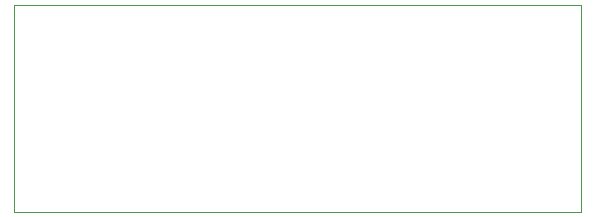
<source format=gbr>
%TF.GenerationSoftware,KiCad,Pcbnew,9.0.4*%
%TF.CreationDate,2025-10-08T21:43:02+01:00*%
%TF.ProjectId,DashcamPower,44617368-6361-46d5-906f-7765722e6b69,rev?*%
%TF.SameCoordinates,Original*%
%TF.FileFunction,Profile,NP*%
%FSLAX46Y46*%
G04 Gerber Fmt 4.6, Leading zero omitted, Abs format (unit mm)*
G04 Created by KiCad (PCBNEW 9.0.4) date 2025-10-08 21:43:02*
%MOMM*%
%LPD*%
G01*
G04 APERTURE LIST*
%TA.AperFunction,Profile*%
%ADD10C,0.050000*%
%TD*%
G04 APERTURE END LIST*
D10*
X115500000Y-92000000D02*
X67500000Y-92000000D01*
X115500000Y-109500000D02*
X115500000Y-92000000D01*
X67500000Y-92000000D02*
X67500000Y-109500000D01*
X67500000Y-109500000D02*
X115500000Y-109500000D01*
M02*

</source>
